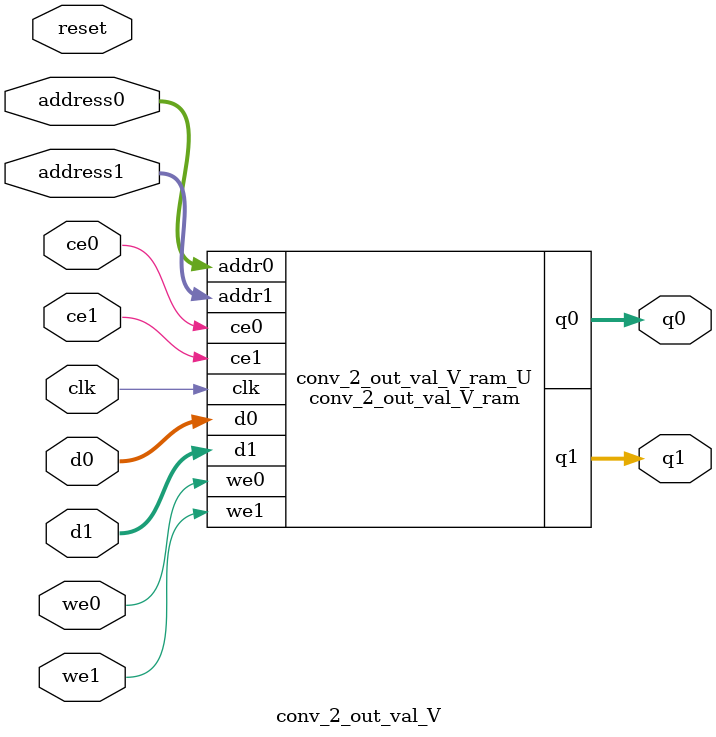
<source format=v>

`timescale 1 ns / 1 ps
module conv_2_out_val_V_ram (addr0, ce0, d0, we0, q0, addr1, ce1, d1, we1, q1,  clk);

parameter DWIDTH = 16;
parameter AWIDTH = 3;
parameter MEM_SIZE = 8;

input[AWIDTH-1:0] addr0;
input ce0;
input[DWIDTH-1:0] d0;
input we0;
output reg[DWIDTH-1:0] q0;
input[AWIDTH-1:0] addr1;
input ce1;
input[DWIDTH-1:0] d1;
input we1;
output reg[DWIDTH-1:0] q1;
input clk;

(* ram_style = "block" *)reg [DWIDTH-1:0] ram[0:MEM_SIZE-1];




always @(posedge clk)  
begin 
    if (ce0) 
    begin
        if (we0) 
        begin 
            ram[addr0] <= d0; 
            q0 <= d0;
        end 
        else 
            q0 <= ram[addr0];
    end
end


always @(posedge clk)  
begin 
    if (ce1) 
    begin
        if (we1) 
        begin 
            ram[addr1] <= d1; 
            q1 <= d1;
        end 
        else 
            q1 <= ram[addr1];
    end
end


endmodule


`timescale 1 ns / 1 ps
module conv_2_out_val_V(
    reset,
    clk,
    address0,
    ce0,
    we0,
    d0,
    q0,
    address1,
    ce1,
    we1,
    d1,
    q1);

parameter DataWidth = 32'd16;
parameter AddressRange = 32'd8;
parameter AddressWidth = 32'd3;
input reset;
input clk;
input[AddressWidth - 1:0] address0;
input ce0;
input we0;
input[DataWidth - 1:0] d0;
output[DataWidth - 1:0] q0;
input[AddressWidth - 1:0] address1;
input ce1;
input we1;
input[DataWidth - 1:0] d1;
output[DataWidth - 1:0] q1;



conv_2_out_val_V_ram conv_2_out_val_V_ram_U(
    .clk( clk ),
    .addr0( address0 ),
    .ce0( ce0 ),
    .d0( d0 ),
    .we0( we0 ),
    .q0( q0 ),
    .addr1( address1 ),
    .ce1( ce1 ),
    .d1( d1 ),
    .we1( we1 ),
    .q1( q1 ));

endmodule


</source>
